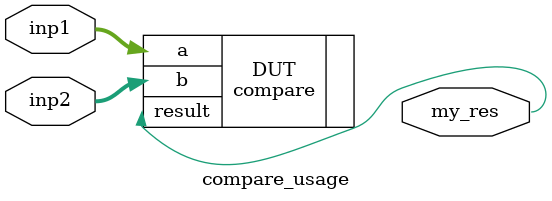
<source format=v>



module compare_usage(inp1, inp2, my_res);

parameter my_compare_width = 4;
input [my_compare_width:1]inp1, inp2;
output my_res;

compare #(.W(my_compare_width)) DUT(    
    .a(inp1),
    .b(inp2),
    .result(my_res));
    

endmodule
</source>
